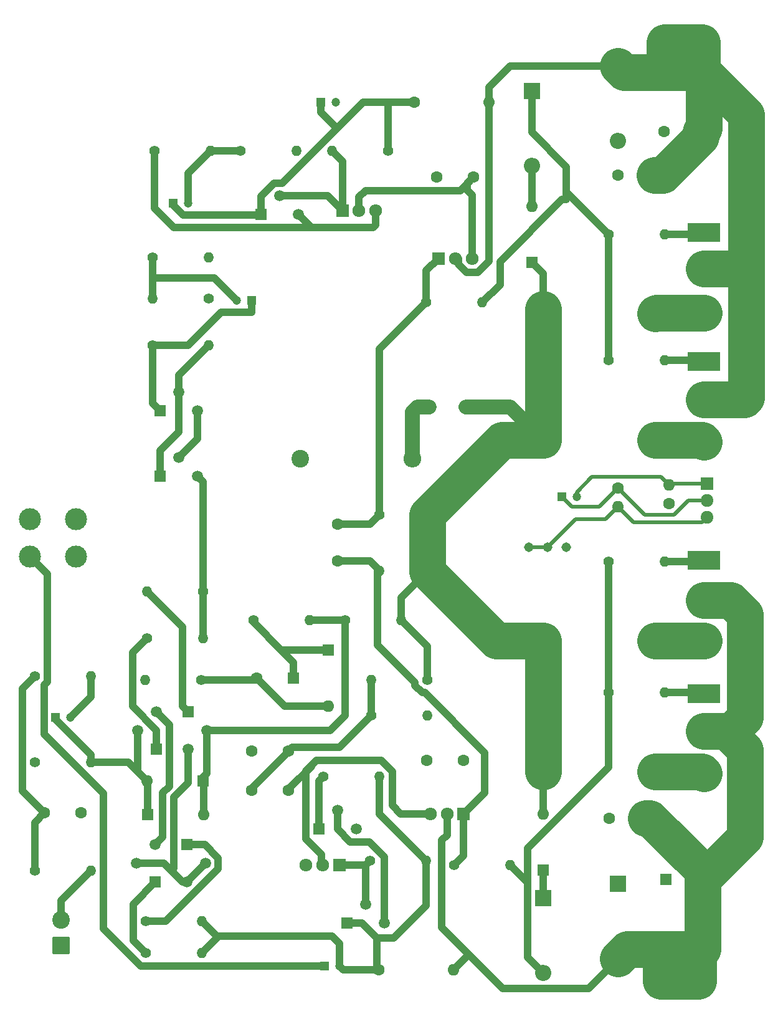
<source format=gbr>
%TF.GenerationSoftware,KiCad,Pcbnew,9.0.0*%
%TF.CreationDate,2025-06-15T12:12:57-04:00*%
%TF.ProjectId,classab-amp,636c6173-7361-4622-9d61-6d702e6b6963,rev?*%
%TF.SameCoordinates,Original*%
%TF.FileFunction,Copper,L1,Top*%
%TF.FilePolarity,Positive*%
%FSLAX46Y46*%
G04 Gerber Fmt 4.6, Leading zero omitted, Abs format (unit mm)*
G04 Created by KiCad (PCBNEW 9.0.0) date 2025-06-15 12:12:57*
%MOMM*%
%LPD*%
G01*
G04 APERTURE LIST*
G04 Aperture macros list*
%AMRoundRect*
0 Rectangle with rounded corners*
0 $1 Rounding radius*
0 $2 $3 $4 $5 $6 $7 $8 $9 X,Y pos of 4 corners*
0 Add a 4 corners polygon primitive as box body*
4,1,4,$2,$3,$4,$5,$6,$7,$8,$9,$2,$3,0*
0 Add four circle primitives for the rounded corners*
1,1,$1+$1,$2,$3*
1,1,$1+$1,$4,$5*
1,1,$1+$1,$6,$7*
1,1,$1+$1,$8,$9*
0 Add four rect primitives between the rounded corners*
20,1,$1+$1,$2,$3,$4,$5,0*
20,1,$1+$1,$4,$5,$6,$7,0*
20,1,$1+$1,$6,$7,$8,$9,0*
20,1,$1+$1,$8,$9,$2,$3,0*%
G04 Aperture macros list end*
%TA.AperFunction,ComponentPad*%
%ADD10C,2.400000*%
%TD*%
%TA.AperFunction,ComponentPad*%
%ADD11O,2.400000X2.400000*%
%TD*%
%TA.AperFunction,ComponentPad*%
%ADD12C,1.400000*%
%TD*%
%TA.AperFunction,ComponentPad*%
%ADD13O,1.400000X1.400000*%
%TD*%
%TA.AperFunction,ComponentPad*%
%ADD14R,1.710000X1.800000*%
%TD*%
%TA.AperFunction,ComponentPad*%
%ADD15O,1.710000X1.800000*%
%TD*%
%TA.AperFunction,ComponentPad*%
%ADD16R,1.200000X1.200000*%
%TD*%
%TA.AperFunction,ComponentPad*%
%ADD17C,1.200000*%
%TD*%
%TA.AperFunction,ComponentPad*%
%ADD18R,1.600000X1.600000*%
%TD*%
%TA.AperFunction,ComponentPad*%
%ADD19O,1.600000X1.600000*%
%TD*%
%TA.AperFunction,ComponentPad*%
%ADD20R,4.500000X2.500000*%
%TD*%
%TA.AperFunction,ComponentPad*%
%ADD21O,4.500000X2.500000*%
%TD*%
%TA.AperFunction,ComponentPad*%
%ADD22C,1.600000*%
%TD*%
%TA.AperFunction,ComponentPad*%
%ADD23R,1.500000X1.500000*%
%TD*%
%TA.AperFunction,ComponentPad*%
%ADD24C,1.500000*%
%TD*%
%TA.AperFunction,ComponentPad*%
%ADD25R,1.800000X1.710000*%
%TD*%
%TA.AperFunction,ComponentPad*%
%ADD26O,1.800000X1.710000*%
%TD*%
%TA.AperFunction,ComponentPad*%
%ADD27C,1.308000*%
%TD*%
%TA.AperFunction,ComponentPad*%
%ADD28C,3.000000*%
%TD*%
%TA.AperFunction,ComponentPad*%
%ADD29RoundRect,0.250001X0.949999X-0.949999X0.949999X0.949999X-0.949999X0.949999X-0.949999X-0.949999X0*%
%TD*%
%TA.AperFunction,ComponentPad*%
%ADD30R,2.200000X2.200000*%
%TD*%
%TA.AperFunction,ComponentPad*%
%ADD31O,2.200000X2.200000*%
%TD*%
%TA.AperFunction,Conductor*%
%ADD32C,1.000000*%
%TD*%
%TA.AperFunction,Conductor*%
%ADD33C,5.000000*%
%TD*%
%TA.AperFunction,Conductor*%
%ADD34C,2.000000*%
%TD*%
%TA.AperFunction,Conductor*%
%ADD35C,0.500000*%
%TD*%
G04 APERTURE END LIST*
D10*
%TO.P,R24,1*%
%TO.N,PWRGND*%
X142240000Y-60325000D03*
D11*
%TO.P,R24,2*%
%TO.N,Net-(C15-Pad2)*%
X157480000Y-60325000D03*
%TD*%
D12*
%TO.P,R19,1*%
%TO.N,/LP+*%
X154178000Y-18542000D03*
D13*
%TO.P,R19,2*%
%TO.N,Net-(Q10-E)*%
X146558000Y-18542000D03*
%TD*%
D14*
%TO.P,Q13,1,E*%
%TO.N,Net-(Q13-E)*%
X161047000Y-33141000D03*
D15*
%TO.P,Q13,2,C*%
%TO.N,B+*%
X163327000Y-33141000D03*
%TO.P,Q13,3,B*%
%TO.N,Net-(Q10-C)*%
X165607000Y-33141000D03*
%TD*%
D12*
%TO.P,R20,1*%
%TO.N,Net-(Q12-E)*%
X151765000Y-114935000D03*
D13*
%TO.P,R20,2*%
%TO.N,/LP-*%
X159385000Y-114935000D03*
%TD*%
D16*
%TO.P,C7,1*%
%TO.N,Net-(Q10-C)*%
X177832000Y-65532000D03*
D17*
%TO.P,C7,2*%
%TO.N,Net-(Q11-E)*%
X179832000Y-65532000D03*
%TD*%
D18*
%TO.P,D1,1,K*%
%TO.N,Net-(D1-K)*%
X129032000Y-104140000D03*
D19*
%TO.P,D1,2,A*%
%TO.N,Net-(D1-A)*%
X121412000Y-104140000D03*
%TD*%
D20*
%TO.P,Q17,1,G*%
%TO.N,Net-(Q17-G)*%
X197104000Y-74168000D03*
D21*
%TO.P,Q17,2,D*%
%TO.N,B-*%
X197104000Y-79618000D03*
%TO.P,Q17,3,S*%
%TO.N,Net-(Q17-S)*%
X197104000Y-85068000D03*
%TD*%
D22*
%TO.P,C26,1*%
%TO.N,Net-(Q2-C)*%
X135676000Y-100076000D03*
%TO.P,C26,2*%
%TO.N,Net-(C26-Pad2)*%
X140676000Y-100076000D03*
%TD*%
D18*
%TO.P,D2,1,K*%
%TO.N,Net-(D1-A)*%
X121483712Y-108712000D03*
D19*
%TO.P,D2,2,A*%
%TO.N,Net-(D1-K)*%
X129103712Y-108712000D03*
%TD*%
D12*
%TO.P,R14,1*%
%TO.N,Net-(D1-K)*%
X148336000Y-82296000D03*
D13*
%TO.P,R14,2*%
%TO.N,/SPEAKER*%
X155956000Y-82296000D03*
%TD*%
D23*
%TO.P,Q5,1,E*%
%TO.N,Net-(Q5-E)*%
X126809712Y-112776000D03*
D24*
%TO.P,Q5,2,B*%
%TO.N,Net-(Q3-B)*%
X129349712Y-115316000D03*
%TO.P,Q5,3,C*%
X126809712Y-117856000D03*
%TD*%
D22*
%TO.P,R43,1*%
%TO.N,/LP+*%
X157734000Y-11938000D03*
D19*
%TO.P,R43,2*%
%TO.N,B+*%
X167894000Y-11938000D03*
%TD*%
D23*
%TO.P,Q7,1,E*%
%TO.N,/LP-*%
X148590000Y-123452000D03*
D24*
%TO.P,Q7,2,B*%
%TO.N,Net-(Q12-E)*%
X151130000Y-120912000D03*
%TO.P,Q7,3,C*%
%TO.N,Net-(Q2-C)*%
X153670000Y-123452000D03*
%TD*%
D22*
%TO.P,C9,1*%
%TO.N,Net-(Q11-E)*%
X164425000Y-101346000D03*
%TO.P,C9,2*%
%TO.N,PWRGND*%
X159425000Y-101346000D03*
%TD*%
%TO.P,R17,1*%
%TO.N,Net-(Q10-C)*%
X185420000Y-64360000D03*
D19*
%TO.P,R17,2*%
%TO.N,Net-(Q11-B)*%
X185420000Y-66900000D03*
%TD*%
D25*
%TO.P,Q11,1,E*%
%TO.N,Net-(Q11-E)*%
X197491000Y-63765000D03*
D26*
%TO.P,Q11,2,C*%
%TO.N,Net-(Q10-C)*%
X197491000Y-66045000D03*
%TO.P,Q11,3,B*%
%TO.N,Net-(Q11-B)*%
X197491000Y-68325000D03*
%TD*%
D23*
%TO.P,Q1,1,E*%
%TO.N,/LP+*%
X123190000Y-53856000D03*
D24*
%TO.P,Q1,2,B*%
%TO.N,Net-(Q1-B)*%
X125730000Y-51316000D03*
%TO.P,Q1,3,C*%
%TO.N,Net-(Q1-C)*%
X128270000Y-53856000D03*
%TD*%
D12*
%TO.P,R32,1*%
%TO.N,Net-(D6-A)*%
X184150000Y-74295000D03*
D13*
%TO.P,R32,2*%
%TO.N,Net-(Q17-G)*%
X191770000Y-74295000D03*
%TD*%
D12*
%TO.P,R3,1*%
%TO.N,Net-(C1-Pad1)*%
X106172000Y-89916000D03*
D13*
%TO.P,R3,2*%
%TO.N,Net-(C3-Pad2)*%
X113792000Y-89916000D03*
%TD*%
D12*
%TO.P,R1,1*%
%TO.N,Net-(C1-Pad1)*%
X106172000Y-116332000D03*
D13*
%TO.P,R1,2*%
%TO.N,Net-(J1-Pin_2)*%
X113792000Y-116332000D03*
%TD*%
D10*
%TO.P,R30,1*%
%TO.N,/SPEAKER*%
X175260000Y-85090000D03*
D11*
%TO.P,R30,2*%
%TO.N,Net-(Q17-S)*%
X190500000Y-85090000D03*
%TD*%
D10*
%TO.P,R28,1*%
%TO.N,Net-(Q15-S)*%
X190500000Y-40640000D03*
D11*
%TO.P,R28,2*%
%TO.N,/SPEAKER*%
X175260000Y-40640000D03*
%TD*%
D10*
%TO.P,R31,1*%
%TO.N,/SPEAKER*%
X175260000Y-102870000D03*
D11*
%TO.P,R31,2*%
%TO.N,Net-(Q16-S)*%
X190500000Y-102870000D03*
%TD*%
D23*
%TO.P,Q8,1,E*%
%TO.N,Net-(Q12-B)*%
X144780000Y-110625000D03*
D24*
%TO.P,Q8,2,B*%
%TO.N,Net-(Q2-C)*%
X147320000Y-108085000D03*
%TO.P,Q8,3,C*%
%TO.N,PWRGND*%
X149860000Y-110625000D03*
%TD*%
D18*
%TO.P,C4,1*%
%TO.N,Net-(D3-K)*%
X141340651Y-90170000D03*
D22*
%TO.P,C4,2*%
%TO.N,GNDS*%
X136340651Y-90170000D03*
%TD*%
D12*
%TO.P,R27,1*%
%TO.N,Net-(D4-K)*%
X184150000Y-46990000D03*
D13*
%TO.P,R27,2*%
%TO.N,Net-(Q18-G)*%
X191770000Y-46990000D03*
%TD*%
D12*
%TO.P,R8,1*%
%TO.N,Net-(Q2-E)*%
X121412000Y-84709000D03*
D13*
%TO.P,R8,2*%
%TO.N,Net-(Q4-C)*%
X129032000Y-84709000D03*
%TD*%
D23*
%TO.P,Q3,1,E*%
%TO.N,Net-(Q3-E)*%
X122507712Y-117856000D03*
D24*
%TO.P,Q3,2,B*%
%TO.N,Net-(Q3-B)*%
X119967712Y-115316000D03*
%TO.P,Q3,3,C*%
%TO.N,Net-(Q2-C)*%
X122507712Y-112776000D03*
%TD*%
D22*
%TO.P,R18,1*%
%TO.N,Net-(R18-Pad1)*%
X192405000Y-66450000D03*
D19*
%TO.P,R18,2*%
%TO.N,Net-(Q11-E)*%
X192405000Y-63910000D03*
%TD*%
D22*
%TO.P,R44,1*%
%TO.N,/LP-*%
X152908000Y-129794000D03*
D19*
%TO.P,R44,2*%
%TO.N,B-*%
X163068000Y-129794000D03*
%TD*%
D16*
%TO.P,C2,1*%
%TO.N,/LP+*%
X135636000Y-38870000D03*
D17*
%TO.P,C2,2*%
%TO.N,Net-(C2-Pad2)*%
X133636000Y-38870000D03*
%TD*%
D16*
%TO.P,C5,1*%
%TO.N,/LP+*%
X125000000Y-25654000D03*
D17*
%TO.P,C5,2*%
%TO.N,Net-(C5-Pad2)*%
X127000000Y-25654000D03*
%TD*%
D23*
%TO.P,Q6,1,E*%
%TO.N,Net-(Q6-E)*%
X126992000Y-94742000D03*
D24*
%TO.P,Q6,2,B*%
%TO.N,Net-(D1-K)*%
X129532000Y-97282000D03*
%TO.P,Q6,3,C*%
%TO.N,Net-(Q3-B)*%
X126992000Y-99822000D03*
%TD*%
D20*
%TO.P,Q16,1,G*%
%TO.N,Net-(Q16-G)*%
X197104000Y-92224000D03*
D21*
%TO.P,Q16,2,D*%
%TO.N,B-*%
X197104000Y-97674000D03*
%TO.P,Q16,3,S*%
%TO.N,Net-(Q16-S)*%
X197104000Y-103124000D03*
%TD*%
D27*
%TO.P,RV1,1,1*%
%TO.N,Net-(Q11-B)*%
X173355000Y-72390000D03*
%TO.P,RV1,2,2*%
X175895000Y-72390000D03*
%TO.P,RV1,3,3*%
%TO.N,Net-(R18-Pad1)*%
X178435000Y-72390000D03*
%TD*%
D12*
%TO.P,R6,1*%
%TO.N,Net-(C2-Pad2)*%
X122174000Y-33028000D03*
D13*
%TO.P,R6,2*%
%TO.N,PWRGND*%
X129794000Y-33028000D03*
%TD*%
D10*
%TO.P,R29,1*%
%TO.N,Net-(Q18-S)*%
X190500000Y-57785000D03*
D11*
%TO.P,R29,2*%
%TO.N,/SPEAKER*%
X175260000Y-57785000D03*
%TD*%
D22*
%TO.P,C6,1*%
%TO.N,Net-(C26-Pad2)*%
X135676000Y-105410000D03*
%TO.P,C6,2*%
%TO.N,Net-(Q11-E)*%
X140676000Y-105410000D03*
%TD*%
D28*
%TO.P,J7,1,1*%
%TO.N,PWRGND*%
X111760000Y-73660000D03*
%TO.P,J7,2,2*%
X111760000Y-68580000D03*
%TD*%
D14*
%TO.P,Q10,1,E*%
%TO.N,Net-(Q10-E)*%
X147960110Y-26675000D03*
D15*
%TO.P,Q10,2,C*%
%TO.N,Net-(Q10-C)*%
X150240110Y-26675000D03*
%TO.P,Q10,3,B*%
%TO.N,Net-(Q10-B)*%
X152520110Y-26675000D03*
%TD*%
D18*
%TO.P,D7,1,K*%
%TO.N,Net-(D6-K)*%
X175260000Y-116205000D03*
D19*
%TO.P,D7,2,A*%
%TO.N,/SPEAKER*%
X175260000Y-108585000D03*
%TD*%
D12*
%TO.P,R4,1*%
%TO.N,GNDS*%
X106172000Y-101600000D03*
D13*
%TO.P,R4,2*%
%TO.N,Net-(D1-A)*%
X113792000Y-101600000D03*
%TD*%
D16*
%TO.P,C3,1*%
%TO.N,Net-(D1-A)*%
X109009401Y-95504000D03*
D17*
%TO.P,C3,2*%
%TO.N,Net-(C3-Pad2)*%
X111009401Y-95504000D03*
%TD*%
D22*
%TO.P,C11,1*%
%TO.N,PWRGND*%
X185420000Y-21844000D03*
%TO.P,C11,2*%
%TO.N,B+*%
X190420000Y-21844000D03*
%TD*%
%TO.P,C10,1*%
%TO.N,Net-(Q13-E)*%
X147320000Y-69255000D03*
%TO.P,C10,2*%
%TO.N,Net-(Q14-E)*%
X147320000Y-74255000D03*
%TD*%
D12*
%TO.P,R13,1*%
%TO.N,Net-(Q12-B)*%
X145415000Y-103505000D03*
D13*
%TO.P,R13,2*%
%TO.N,/LP-*%
X153035000Y-103505000D03*
%TD*%
D28*
%TO.P,J5,1,1*%
%TO.N,/SPEAKER*%
X159485000Y-73025000D03*
%TO.P,J5,2,2*%
X159485000Y-67945000D03*
%TD*%
D12*
%TO.P,R10,1*%
%TO.N,Net-(Q4-C)*%
X129032000Y-78359000D03*
D13*
%TO.P,R10,2*%
%TO.N,Net-(Q6-E)*%
X121412000Y-78359000D03*
%TD*%
D12*
%TO.P,R26,1*%
%TO.N,Net-(D6-A)*%
X184150000Y-92075000D03*
D13*
%TO.P,R26,2*%
%TO.N,Net-(Q16-G)*%
X191770000Y-92075000D03*
%TD*%
D12*
%TO.P,R22,1*%
%TO.N,Net-(Q13-E)*%
X159385000Y-39116000D03*
D13*
%TO.P,R22,2*%
%TO.N,Net-(D4-K)*%
X167005000Y-39116000D03*
%TD*%
D12*
%TO.P,R25,1*%
%TO.N,Net-(D4-K)*%
X184150000Y-29845000D03*
D13*
%TO.P,R25,2*%
%TO.N,Net-(Q15-G)*%
X191770000Y-29845000D03*
%TD*%
D12*
%TO.P,R16,1*%
%TO.N,Net-(C5-Pad2)*%
X134112000Y-18542000D03*
D13*
%TO.P,R16,2*%
%TO.N,PWRGND*%
X141732000Y-18542000D03*
%TD*%
D12*
%TO.P,R21,1*%
%TO.N,Net-(Q13-E)*%
X153035000Y-67945000D03*
D13*
%TO.P,R21,2*%
%TO.N,Net-(Q14-E)*%
X153035000Y-75565000D03*
%TD*%
D28*
%TO.P,J6,1,1*%
%TO.N,PWRGND*%
X105510000Y-73660000D03*
%TO.P,J6,2,2*%
X105510000Y-68580000D03*
%TD*%
D12*
%TO.P,R46,1*%
%TO.N,Net-(C26-Pad2)*%
X151892000Y-95250000D03*
D13*
%TO.P,R46,2*%
%TO.N,PWRGND*%
X159512000Y-95250000D03*
%TD*%
D18*
%TO.P,C14,1*%
%TO.N,PWRGND*%
X191907349Y-117475000D03*
D22*
%TO.P,C14,2*%
%TO.N,B-*%
X196907349Y-117475000D03*
%TD*%
D23*
%TO.P,Q9,1,E*%
%TO.N,/LP+*%
X136906000Y-27186000D03*
D24*
%TO.P,Q9,2,B*%
%TO.N,Net-(Q10-E)*%
X139446000Y-24646000D03*
%TO.P,Q9,3,C*%
%TO.N,Net-(Q10-B)*%
X141986000Y-27186000D03*
%TD*%
D16*
%TO.P,C25,1*%
%TO.N,PWRGND*%
X145585401Y-129286000D03*
D17*
%TO.P,C25,2*%
%TO.N,/LP-*%
X147585401Y-129286000D03*
%TD*%
D12*
%TO.P,R11,1*%
%TO.N,Net-(Q5-E)*%
X121229712Y-123190000D03*
D13*
%TO.P,R11,2*%
%TO.N,/LP-*%
X128849712Y-123190000D03*
%TD*%
D16*
%TO.P,C24,1*%
%TO.N,/LP+*%
X145066000Y-11938000D03*
D17*
%TO.P,C24,2*%
%TO.N,PWRGND*%
X147066000Y-11938000D03*
%TD*%
D29*
%TO.P,J1,1,Pin_1*%
%TO.N,GNDS*%
X109749500Y-126464000D03*
D10*
%TO.P,J1,2,Pin_2*%
%TO.N,Net-(J1-Pin_2)*%
X109749500Y-122964000D03*
%TD*%
D23*
%TO.P,Q4,1,E*%
%TO.N,Net-(Q1-B)*%
X123190000Y-62746000D03*
D24*
%TO.P,Q4,2,B*%
%TO.N,Net-(Q1-C)*%
X125730000Y-60206000D03*
%TO.P,Q4,3,C*%
%TO.N,Net-(Q4-C)*%
X128270000Y-62746000D03*
%TD*%
D20*
%TO.P,Q15,1,G*%
%TO.N,Net-(Q15-G)*%
X197104000Y-29602000D03*
D21*
%TO.P,Q15,2,D*%
%TO.N,B+*%
X197104000Y-35052000D03*
%TO.P,Q15,3,S*%
%TO.N,Net-(Q15-S)*%
X197104000Y-40502000D03*
%TD*%
D12*
%TO.P,R12,1*%
%TO.N,Net-(D3-K)*%
X135890000Y-82296000D03*
D13*
%TO.P,R12,2*%
%TO.N,Net-(D1-K)*%
X143510000Y-82296000D03*
%TD*%
D12*
%TO.P,R45,1*%
%TO.N,/SPEAKER*%
X159512000Y-90424000D03*
D13*
%TO.P,R45,2*%
%TO.N,Net-(C26-Pad2)*%
X151892000Y-90424000D03*
%TD*%
D22*
%TO.P,C15,1*%
%TO.N,/SPEAKER*%
X164806000Y-53340000D03*
%TO.P,C15,2*%
%TO.N,Net-(C15-Pad2)*%
X159806000Y-53340000D03*
%TD*%
D12*
%TO.P,R9,1*%
%TO.N,/LP+*%
X122174000Y-44966000D03*
D13*
%TO.P,R9,2*%
%TO.N,Net-(Q1-B)*%
X129794000Y-44966000D03*
%TD*%
D30*
%TO.P,D4,1,K*%
%TO.N,Net-(D4-K)*%
X173736000Y-10414000D03*
D31*
%TO.P,D4,2,A*%
%TO.N,Net-(D4-A)*%
X173736000Y-20574000D03*
%TD*%
D18*
%TO.P,C13,1*%
%TO.N,B+*%
X196712651Y-15875000D03*
D22*
%TO.P,C13,2*%
%TO.N,PWRGND*%
X191712651Y-15875000D03*
%TD*%
D28*
%TO.P,J4,1,1*%
%TO.N,B+*%
X191770000Y-3810000D03*
%TO.P,J4,2,2*%
X196850000Y-3810000D03*
%TD*%
D14*
%TO.P,Q12,1,E*%
%TO.N,Net-(Q12-E)*%
X147563000Y-115570000D03*
D15*
%TO.P,Q12,2,C*%
%TO.N,Net-(Q11-E)*%
X145283000Y-115570000D03*
%TO.P,Q12,3,B*%
%TO.N,Net-(Q12-B)*%
X143003000Y-115570000D03*
%TD*%
D30*
%TO.P,D6,1,K*%
%TO.N,Net-(D6-K)*%
X175260000Y-120015000D03*
D31*
%TO.P,D6,2,A*%
%TO.N,Net-(D6-A)*%
X175260000Y-130175000D03*
%TD*%
D12*
%TO.P,R5,1*%
%TO.N,Net-(Q1-C)*%
X129794000Y-38616000D03*
D13*
%TO.P,R5,2*%
%TO.N,Net-(C2-Pad2)*%
X122174000Y-38616000D03*
%TD*%
D30*
%TO.P,D8,1,K*%
%TO.N,B+*%
X185420000Y-6985000D03*
D31*
%TO.P,D8,2,A*%
%TO.N,PWRGND*%
X185420000Y-17145000D03*
%TD*%
D12*
%TO.P,R23,1*%
%TO.N,Net-(Q14-E)*%
X163195000Y-115570000D03*
D13*
%TO.P,R23,2*%
%TO.N,Net-(D6-A)*%
X170815000Y-115570000D03*
%TD*%
D22*
%TO.P,C8,1*%
%TO.N,Net-(Q10-C)*%
X165822000Y-22098000D03*
%TO.P,C8,2*%
%TO.N,PWRGND*%
X160822000Y-22098000D03*
%TD*%
D18*
%TO.P,D3,1,K*%
%TO.N,Net-(D3-K)*%
X146050000Y-86360000D03*
D19*
%TO.P,D3,2,A*%
%TO.N,GNDS*%
X146050000Y-93980000D03*
%TD*%
D20*
%TO.P,Q18,1,G*%
%TO.N,Net-(Q18-G)*%
X197104000Y-47128000D03*
D21*
%TO.P,Q18,2,D*%
%TO.N,B+*%
X197104000Y-52578000D03*
%TO.P,Q18,3,S*%
%TO.N,Net-(Q18-S)*%
X197104000Y-58028000D03*
%TD*%
D12*
%TO.P,R7,1*%
%TO.N,Net-(Q3-E)*%
X121229712Y-127508000D03*
D13*
%TO.P,R7,2*%
%TO.N,/LP-*%
X128849712Y-127508000D03*
%TD*%
D12*
%TO.P,R2,1*%
%TO.N,GNDS*%
X128778000Y-90424000D03*
D13*
%TO.P,R2,2*%
%TO.N,PWRGND*%
X121158000Y-90424000D03*
%TD*%
D14*
%TO.P,Q14,1,E*%
%TO.N,Net-(Q14-E)*%
X164465000Y-108585000D03*
D15*
%TO.P,Q14,2,C*%
%TO.N,B-*%
X162185000Y-108585000D03*
%TO.P,Q14,3,B*%
%TO.N,Net-(Q11-E)*%
X159905000Y-108585000D03*
%TD*%
D18*
%TO.P,D5,1,K*%
%TO.N,/SPEAKER*%
X173736000Y-33655000D03*
D19*
%TO.P,D5,2,A*%
%TO.N,Net-(D4-A)*%
X173736000Y-26035000D03*
%TD*%
D12*
%TO.P,R15,1*%
%TO.N,Net-(Q10-B)*%
X122428000Y-18542000D03*
D13*
%TO.P,R15,2*%
%TO.N,Net-(C5-Pad2)*%
X130048000Y-18542000D03*
%TD*%
D23*
%TO.P,Q2,1,E*%
%TO.N,Net-(Q2-E)*%
X122682000Y-99822000D03*
D24*
%TO.P,Q2,2,B*%
%TO.N,Net-(D1-A)*%
X120142000Y-97282000D03*
%TO.P,Q2,3,C*%
%TO.N,Net-(Q2-C)*%
X122682000Y-94742000D03*
%TD*%
D28*
%TO.P,J3,1,1*%
%TO.N,B-*%
X191262000Y-131318000D03*
%TO.P,J3,2,2*%
X196342000Y-131318000D03*
%TD*%
D22*
%TO.P,C12,1*%
%TO.N,B-*%
X189230000Y-109220000D03*
%TO.P,C12,2*%
%TO.N,PWRGND*%
X184230000Y-109220000D03*
%TD*%
%TO.P,C1,1*%
%TO.N,Net-(C1-Pad1)*%
X107482000Y-108458000D03*
%TO.P,C1,2*%
%TO.N,GNDS*%
X112482000Y-108458000D03*
%TD*%
D30*
%TO.P,D9,1,K*%
%TO.N,PWRGND*%
X185420000Y-118110000D03*
D31*
%TO.P,D9,2,A*%
%TO.N,B-*%
X185420000Y-128270000D03*
%TD*%
D32*
%TO.N,Net-(Q10-C)*%
X164901055Y-23820945D02*
X165607000Y-24526890D01*
X164901055Y-23018945D02*
X164901055Y-23820945D01*
X165607000Y-24526890D02*
X165607000Y-33141000D01*
X165822000Y-22098000D02*
X164901055Y-23018945D01*
X151116110Y-23899000D02*
X164021000Y-23899000D01*
X164021000Y-23899000D02*
X165822000Y-22098000D01*
X150240110Y-24775000D02*
X151116110Y-23899000D01*
X150240110Y-26675000D02*
X150240110Y-24775000D01*
%TO.N,Net-(Q3-E)*%
X119528712Y-125807000D02*
X121229712Y-127508000D01*
X122507712Y-117856000D02*
X119528712Y-120835000D01*
X119528712Y-120835000D02*
X119528712Y-125807000D01*
%TO.N,GNDS*%
X140150651Y-93980000D02*
X136340651Y-90170000D01*
X146050000Y-93980000D02*
X140150651Y-93980000D01*
X128778000Y-90424000D02*
X136086651Y-90424000D01*
X136086651Y-90424000D02*
X136340651Y-90170000D01*
%TO.N,Net-(C3-Pad2)*%
X113792000Y-92721401D02*
X111009401Y-95504000D01*
X113792000Y-89916000D02*
X113792000Y-92721401D01*
D33*
%TO.N,B+*%
X191770000Y-3810000D02*
X196850000Y-3810000D01*
X186309000Y-7874000D02*
X185420000Y-6985000D01*
D32*
X163751000Y-33954780D02*
X163751000Y-33141000D01*
D33*
X196712651Y-16682719D02*
X196712651Y-15875000D01*
D32*
X170815000Y-6985000D02*
X185420000Y-6985000D01*
D33*
X196850000Y-3810000D02*
X196850000Y-7620000D01*
X196850000Y-7620000D02*
X202866000Y-13636000D01*
X190420000Y-21844000D02*
X191551370Y-21844000D01*
X192024000Y-7874000D02*
X186309000Y-7874000D01*
D32*
X167894000Y-9906000D02*
X167894000Y-33523780D01*
D33*
X191770000Y-7620000D02*
X192024000Y-7874000D01*
X191551370Y-21844000D02*
X196712651Y-16682719D01*
D32*
X167894000Y-9906000D02*
X170815000Y-6985000D01*
D33*
X197104000Y-7874000D02*
X197104000Y-15483651D01*
X200447000Y-34503000D02*
X197104000Y-34503000D01*
D32*
X163751000Y-33141000D02*
X163327000Y-33141000D01*
X164838220Y-35042000D02*
X163751000Y-33954780D01*
D33*
X202866000Y-13636000D02*
X202866000Y-52066000D01*
X202649000Y-52283000D02*
X197104000Y-52283000D01*
X191770000Y-3810000D02*
X191770000Y-7620000D01*
X197104000Y-15483651D02*
X196712651Y-15875000D01*
D32*
X166375780Y-35042000D02*
X164838220Y-35042000D01*
D33*
X202866000Y-52066000D02*
X202649000Y-52283000D01*
X197104000Y-7874000D02*
X192024000Y-7874000D01*
D32*
X167894000Y-33523780D02*
X166375780Y-35042000D01*
D33*
%TO.N,B-*%
X191262000Y-127127002D02*
X191135000Y-127000002D01*
X202692000Y-95493000D02*
X200511000Y-97674000D01*
D32*
X161494000Y-124024220D02*
X165292890Y-127823110D01*
D33*
X191262000Y-131318000D02*
X191262000Y-127127002D01*
X196907349Y-117475000D02*
X196907349Y-116343630D01*
D32*
X161494000Y-112191000D02*
X161494000Y-124024220D01*
D33*
X191135002Y-127000000D02*
X196907349Y-127000000D01*
D32*
X165292890Y-127823110D02*
X169745780Y-132276000D01*
D33*
X202692000Y-81534000D02*
X202692000Y-95493000D01*
X197104000Y-79566000D02*
X200724000Y-79566000D01*
X186689998Y-127000002D02*
X191135000Y-127000002D01*
X202692000Y-99855000D02*
X200511000Y-97674000D01*
X196215000Y-127692349D02*
X196907349Y-127000000D01*
X202692000Y-111690349D02*
X202692000Y-99855000D01*
X191262000Y-131318000D02*
X196342000Y-131318000D01*
X200511000Y-97674000D02*
X200205000Y-97368000D01*
X196342000Y-127819349D02*
X196215000Y-127692349D01*
X196342000Y-131318000D02*
X196342000Y-127819349D01*
D32*
X162185000Y-111500000D02*
X161494000Y-112191000D01*
X181414000Y-132276000D02*
X186689998Y-127000002D01*
X162185000Y-108585000D02*
X162185000Y-111500000D01*
D33*
X191135000Y-127000002D02*
X191135002Y-127000000D01*
X200205000Y-97368000D02*
X197104000Y-97368000D01*
D32*
X163068000Y-129794000D02*
X165038890Y-127823110D01*
D33*
X189783719Y-109220000D02*
X189230000Y-109220000D01*
X196907349Y-116343630D02*
X189783719Y-109220000D01*
D32*
X169745780Y-132276000D02*
X181414000Y-132276000D01*
D33*
X200724000Y-79566000D02*
X202692000Y-81534000D01*
X196907349Y-117475000D02*
X196907349Y-127000000D01*
D32*
X165038890Y-127823110D02*
X165292890Y-127823110D01*
D33*
X185420000Y-128270000D02*
X186689998Y-127000002D01*
X196907349Y-117475000D02*
X202692000Y-111690349D01*
D32*
%TO.N,/SPEAKER*%
X175260000Y-108585000D02*
X175260000Y-102870000D01*
D33*
X175260000Y-40005000D02*
X175260000Y-57785000D01*
X159485000Y-73025000D02*
X159485000Y-75665000D01*
D32*
X175260000Y-40005000D02*
X175260000Y-35179000D01*
X175260000Y-35179000D02*
X173736000Y-33655000D01*
D33*
X159485000Y-75665000D02*
X168910000Y-85090000D01*
D34*
X164806000Y-53340000D02*
X170815000Y-53340000D01*
D32*
X159512000Y-85852000D02*
X155956000Y-82296000D01*
D33*
X169645000Y-57785000D02*
X159485000Y-67945000D01*
D32*
X155956000Y-79194000D02*
X159485000Y-75665000D01*
D33*
X168910000Y-85090000D02*
X175260000Y-85090000D01*
D32*
X159512000Y-90424000D02*
X159512000Y-85852000D01*
D34*
X170815000Y-53340000D02*
X175260000Y-57785000D01*
D33*
X175260000Y-57785000D02*
X169645000Y-57785000D01*
X175260000Y-102870000D02*
X175260000Y-85090000D01*
X159485000Y-67945000D02*
X159485000Y-73025000D01*
D32*
X155956000Y-82296000D02*
X155956000Y-79194000D01*
D35*
%TO.N,Net-(Q11-B)*%
X197491000Y-68325000D02*
X196815000Y-69001000D01*
X179705000Y-68580000D02*
X175895000Y-72390000D01*
X196815000Y-69001000D02*
X187521000Y-69001000D01*
X187521000Y-69001000D02*
X185420000Y-66900000D01*
X175895000Y-72390000D02*
X173355000Y-72390000D01*
X185420000Y-66900000D02*
X183740000Y-68580000D01*
X183740000Y-68580000D02*
X179705000Y-68580000D01*
D32*
%TO.N,Net-(Q1-C)*%
X128270000Y-57666000D02*
X128270000Y-53856000D01*
X125730000Y-60206000D02*
X128270000Y-57666000D01*
%TO.N,PWRGND*%
X115493000Y-124176866D02*
X115493000Y-105841000D01*
X107408401Y-91085177D02*
X107873000Y-90620578D01*
X120602134Y-129286000D02*
X115493000Y-124176866D01*
X107408401Y-97756401D02*
X107408401Y-91085177D01*
X107873000Y-76023000D02*
X105510000Y-73660000D01*
X115493000Y-105841000D02*
X107408401Y-97756401D01*
X107873000Y-90620578D02*
X107873000Y-76023000D01*
X145585401Y-129286000D02*
X120602134Y-129286000D01*
%TO.N,Net-(Q13-E)*%
X147320000Y-69255000D02*
X151725000Y-69255000D01*
X159385000Y-39116000D02*
X159385000Y-34803000D01*
X151725000Y-69255000D02*
X153035000Y-67945000D01*
X159385000Y-34803000D02*
X161047000Y-33141000D01*
X153035000Y-45466000D02*
X153035000Y-67945000D01*
X159385000Y-39116000D02*
X153035000Y-45466000D01*
%TO.N,Net-(D3-K)*%
X139827000Y-86487000D02*
X141340651Y-88000651D01*
X141340651Y-88000651D02*
X141340651Y-90170000D01*
X146050000Y-86360000D02*
X139954000Y-86360000D01*
X135890000Y-82550000D02*
X139827000Y-86487000D01*
X135890000Y-82296000D02*
X135890000Y-82550000D01*
X139954000Y-86360000D02*
X139827000Y-86487000D01*
%TO.N,Net-(Q3-B)*%
X125058712Y-106335288D02*
X125058712Y-115987288D01*
X124714000Y-116332000D02*
X126238000Y-117856000D01*
X126992000Y-104402000D02*
X125058712Y-106335288D01*
X126992000Y-99822000D02*
X126992000Y-104402000D01*
X125058712Y-115987288D02*
X124714000Y-116332000D01*
X119967712Y-115316000D02*
X123698000Y-115316000D01*
X123698000Y-115316000D02*
X124714000Y-116332000D01*
X126238000Y-117856000D02*
X126809712Y-117856000D01*
X126809712Y-117856000D02*
X129349712Y-115316000D01*
%TO.N,Net-(Q5-E)*%
X123952000Y-123190000D02*
X131100712Y-116041288D01*
X121229712Y-123190000D02*
X123952000Y-123190000D01*
X131100712Y-116041288D02*
X131100712Y-114590712D01*
X129286000Y-112776000D02*
X126809712Y-112776000D01*
X131100712Y-114590712D02*
X129286000Y-112776000D01*
%TO.N,Net-(Q12-E)*%
X151130000Y-120912000D02*
X151130000Y-115570000D01*
X147563000Y-115570000D02*
X151130000Y-115570000D01*
X151130000Y-115570000D02*
X151765000Y-114935000D01*
%TO.N,Net-(Q11-E)*%
X153281578Y-101346000D02*
X154736000Y-102800422D01*
D35*
X192405000Y-63910000D02*
X191304000Y-62809000D01*
X179832000Y-64885600D02*
X179832000Y-65532000D01*
D32*
X143029000Y-102783211D02*
X144466211Y-101346000D01*
D35*
X191304000Y-62809000D02*
X181908600Y-62809000D01*
D32*
X143734106Y-102137894D02*
X143734106Y-102078106D01*
X154736000Y-102800422D02*
X154736000Y-107427500D01*
X145155000Y-114093000D02*
X143029000Y-111967000D01*
X144466211Y-101346000D02*
X153281578Y-101346000D01*
X145155000Y-115570000D02*
X145155000Y-114093000D01*
X143029000Y-111967000D02*
X143029000Y-103485422D01*
D35*
X197491000Y-63765000D02*
X192550000Y-63765000D01*
D32*
X154736000Y-107427500D02*
X155893500Y-108585000D01*
X140676000Y-105196000D02*
X143734106Y-102137894D01*
X143029000Y-102783212D02*
X143029000Y-103485422D01*
X143734106Y-102078106D02*
X143029000Y-102783212D01*
X143029000Y-103485422D02*
X143029000Y-102783211D01*
X155893500Y-108585000D02*
X159905000Y-108585000D01*
D35*
X181908600Y-62809000D02*
X179832000Y-64885600D01*
D32*
%TO.N,Net-(Q14-E)*%
X157811000Y-91128578D02*
X158807422Y-92125000D01*
X151725000Y-74255000D02*
X152717500Y-75247500D01*
X152717500Y-75247500D02*
X152717500Y-85661500D01*
X152717500Y-85661500D02*
X157811000Y-90755000D01*
X167322500Y-105727500D02*
X164465000Y-108585000D01*
X158807422Y-92125000D02*
X159181000Y-92125000D01*
X147320000Y-74255000D02*
X151725000Y-74255000D01*
X159181000Y-92125000D02*
X167322500Y-100266500D01*
X163195000Y-115570000D02*
X164465000Y-114300000D01*
X164465000Y-114300000D02*
X164465000Y-108585000D01*
X157811000Y-90755000D02*
X157811000Y-91128578D01*
X152717500Y-75247500D02*
X153035000Y-75565000D01*
X167322500Y-100266500D02*
X167322500Y-105727500D01*
%TO.N,Net-(Q2-E)*%
X122682000Y-97218288D02*
X119457000Y-93993288D01*
X119457000Y-86664000D02*
X121412000Y-84709000D01*
X119457000Y-93993288D02*
X119457000Y-86664000D01*
X122682000Y-99822000D02*
X122682000Y-97218288D01*
%TO.N,Net-(C1-Pad1)*%
X104471000Y-105447000D02*
X104471000Y-91617000D01*
X106172000Y-116332000D02*
X106172000Y-109768000D01*
X106172000Y-109768000D02*
X107482000Y-108458000D01*
X107482000Y-108458000D02*
X104471000Y-105447000D01*
X104471000Y-91617000D02*
X106172000Y-89916000D01*
%TO.N,Net-(C2-Pad2)*%
X122174000Y-35814000D02*
X130580000Y-35814000D01*
X122174000Y-38616000D02*
X122174000Y-35814000D01*
X130580000Y-35814000D02*
X133636000Y-38870000D01*
X122174000Y-38616000D02*
X122174000Y-33028000D01*
%TO.N,Net-(D1-A)*%
X121483712Y-108712000D02*
X121483712Y-104211712D01*
X120142000Y-102870000D02*
X120142000Y-97282000D01*
X113792000Y-100550755D02*
X113792000Y-101600000D01*
X113792000Y-101600000D02*
X118872000Y-101600000D01*
X109009401Y-95768156D02*
X113792000Y-100550755D01*
X109009401Y-95504000D02*
X109009401Y-95768156D01*
X121412000Y-104140000D02*
X120142000Y-102870000D01*
X118872000Y-101600000D02*
X121412000Y-104140000D01*
%TO.N,Net-(C5-Pad2)*%
X134112000Y-18542000D02*
X130048000Y-18542000D01*
X127000000Y-21590000D02*
X130048000Y-18542000D01*
X127000000Y-25654000D02*
X127000000Y-21590000D01*
%TO.N,Net-(Q2-C)*%
X153670000Y-123452000D02*
X153670000Y-114434422D01*
X122507712Y-112776000D02*
X123558712Y-111725000D01*
X124436000Y-96496000D02*
X122682000Y-94742000D01*
X123558712Y-105713968D02*
X124433000Y-104839680D01*
X124433000Y-100192320D02*
X124436000Y-100189320D01*
X153670000Y-114434422D02*
X151611578Y-112376000D01*
X123558712Y-111725000D02*
X123558712Y-105713968D01*
X151611578Y-112376000D02*
X149052000Y-112376000D01*
X124436000Y-100189320D02*
X124436000Y-96496000D01*
X124433000Y-104839680D02*
X124433000Y-100192320D01*
X149052000Y-112376000D02*
X147320000Y-110644000D01*
X147320000Y-110644000D02*
X147320000Y-108085000D01*
D35*
%TO.N,Net-(Q10-C)*%
X179183000Y-66883000D02*
X177832000Y-65532000D01*
X195003446Y-66045000D02*
X193047446Y-68001000D01*
X193047446Y-68001000D02*
X189061000Y-68001000D01*
X189061000Y-68001000D02*
X185420000Y-64360000D01*
X197491000Y-66045000D02*
X195003446Y-66045000D01*
X185420000Y-64360000D02*
X182897000Y-66883000D01*
X182897000Y-66883000D02*
X179183000Y-66883000D01*
D34*
%TO.N,Net-(C15-Pad2)*%
X157480000Y-54015000D02*
X158155000Y-53340000D01*
X157480000Y-60325000D02*
X157480000Y-54015000D01*
X158155000Y-53340000D02*
X159806000Y-53340000D01*
D32*
%TO.N,Net-(D1-K)*%
X146304000Y-97282000D02*
X148336000Y-95250000D01*
X129032000Y-103632000D02*
X129532000Y-103132000D01*
X143510000Y-82296000D02*
X148336000Y-82296000D01*
X129532000Y-103132000D02*
X129532000Y-97282000D01*
X129532000Y-97282000D02*
X146304000Y-97282000D01*
X148336000Y-95250000D02*
X148336000Y-82296000D01*
X129103712Y-108712000D02*
X129103712Y-104211712D01*
X129032000Y-104140000D02*
X129032000Y-103632000D01*
%TO.N,Net-(D4-A)*%
X173736000Y-20574000D02*
X173736000Y-26035000D01*
%TO.N,Net-(D4-K)*%
X173736000Y-16002000D02*
X178435000Y-20701000D01*
X178435000Y-25146000D02*
X178435000Y-24130000D01*
X167005000Y-39116000D02*
X169394000Y-36727000D01*
X169394000Y-33552000D02*
X177800000Y-25146000D01*
X184150000Y-29845000D02*
X178435000Y-24130000D01*
X178435000Y-20701000D02*
X178435000Y-25146000D01*
X184150000Y-46990000D02*
X184150000Y-29845000D01*
X173736000Y-10414000D02*
X173736000Y-16002000D01*
X169394000Y-36727000D02*
X169394000Y-33552000D01*
X177800000Y-25146000D02*
X178435000Y-25146000D01*
%TO.N,Net-(D6-A)*%
X175999000Y-110386000D02*
X176005999Y-110386000D01*
X177061000Y-109330999D02*
X177061000Y-109324000D01*
X184150000Y-92075000D02*
X184150000Y-74295000D01*
X173159000Y-117914000D02*
X173159000Y-113226000D01*
X173159000Y-113226000D02*
X175999000Y-110386000D01*
X173159000Y-128074000D02*
X173159000Y-117914000D01*
X177061000Y-109324000D02*
X184150000Y-102235000D01*
X184150000Y-102235000D02*
X184150000Y-92075000D01*
X176005999Y-110386000D02*
X177061000Y-109330999D01*
X170815000Y-115570000D02*
X173159000Y-117914000D01*
X175260000Y-130175000D02*
X173159000Y-128074000D01*
%TO.N,Net-(J1-Pin_2)*%
X109749500Y-120374500D02*
X113792000Y-116332000D01*
X109749500Y-122964000D02*
X109749500Y-120374500D01*
%TO.N,Net-(Q1-B)*%
X123190000Y-59244000D02*
X125730000Y-56704000D01*
X125730000Y-51316000D02*
X125730000Y-49030000D01*
X125730000Y-56704000D02*
X125730000Y-51316000D01*
X123190000Y-62746000D02*
X123190000Y-59244000D01*
X125730000Y-49030000D02*
X129794000Y-44966000D01*
%TO.N,Net-(Q4-C)*%
X129032000Y-84709000D02*
X129032000Y-78359000D01*
X129032000Y-78359000D02*
X129032000Y-63508000D01*
X129032000Y-63508000D02*
X128270000Y-62746000D01*
%TO.N,Net-(Q6-E)*%
X126238000Y-93988000D02*
X126238000Y-83185000D01*
X126992000Y-94742000D02*
X126238000Y-93988000D01*
X126238000Y-83185000D02*
X121412000Y-78359000D01*
%TO.N,Net-(Q12-B)*%
X144780000Y-110625000D02*
X144780000Y-104140000D01*
X144780000Y-104140000D02*
X145415000Y-103505000D01*
%TO.N,Net-(Q10-B)*%
X152139110Y-28956000D02*
X143756000Y-28956000D01*
X122428000Y-18542000D02*
X122428000Y-26284000D01*
X122428000Y-26284000D02*
X125081000Y-28937000D01*
X152520110Y-28575000D02*
X152139110Y-28956000D01*
X141986000Y-27186000D02*
X143756000Y-28956000D01*
X152520110Y-26675000D02*
X152520110Y-28575000D01*
X125081000Y-28937000D02*
X143737000Y-28937000D01*
X143737000Y-28937000D02*
X143756000Y-28956000D01*
%TO.N,Net-(Q10-E)*%
X147960110Y-26675000D02*
X147960110Y-19944110D01*
X139446000Y-24646000D02*
X145931110Y-24646000D01*
X145931110Y-24646000D02*
X147960110Y-26675000D01*
X147960110Y-19944110D02*
X146558000Y-18542000D01*
D33*
%TO.N,Net-(Q15-S)*%
X197104000Y-40502000D02*
X190638000Y-40502000D01*
X190638000Y-40502000D02*
X190500000Y-40640000D01*
D32*
%TO.N,Net-(Q16-G)*%
X191770000Y-92075000D02*
X196955000Y-92075000D01*
D33*
%TO.N,Net-(Q16-S)*%
X196850000Y-102870000D02*
X197104000Y-103124000D01*
X190500000Y-102870000D02*
X196850000Y-102870000D01*
D32*
%TO.N,Net-(Q17-G)*%
X191770000Y-74295000D02*
X196977000Y-74295000D01*
D33*
%TO.N,Net-(Q17-S)*%
X197082000Y-85090000D02*
X197104000Y-85068000D01*
X190500000Y-85090000D02*
X197082000Y-85090000D01*
D32*
%TO.N,Net-(Q18-G)*%
X191770000Y-46990000D02*
X196966000Y-46990000D01*
D33*
%TO.N,Net-(Q18-S)*%
X190500000Y-57785000D02*
X196861000Y-57785000D01*
X196861000Y-57785000D02*
X197104000Y-58028000D01*
D32*
%TO.N,Net-(D6-K)*%
X175260000Y-120015000D02*
X175260000Y-116205000D01*
%TO.N,/LP+*%
X145066000Y-13240000D02*
X147260211Y-15434211D01*
X125000000Y-25918156D02*
X126336844Y-27255000D01*
X139799422Y-22895000D02*
X147260211Y-15434211D01*
X131496000Y-40470000D02*
X127000000Y-44966000D01*
X147260211Y-15434211D02*
X150756422Y-11938000D01*
X126336844Y-27255000D02*
X136837000Y-27255000D01*
X136906000Y-24709712D02*
X138720712Y-22895000D01*
X122174000Y-52840000D02*
X123190000Y-53856000D01*
X150756422Y-11938000D02*
X154178000Y-11938000D01*
X135636000Y-38870000D02*
X135636000Y-40470000D01*
X125000000Y-25654000D02*
X125000000Y-25918156D01*
X138720712Y-22895000D02*
X139799422Y-22895000D01*
X145066000Y-11938000D02*
X145066000Y-13240000D01*
X122174000Y-44966000D02*
X127000000Y-44966000D01*
X122174000Y-44966000D02*
X122174000Y-52840000D01*
X154178000Y-11938000D02*
X157734000Y-11938000D01*
X135636000Y-40470000D02*
X131496000Y-40470000D01*
X154178000Y-18542000D02*
X154178000Y-11938000D01*
X136906000Y-27186000D02*
X136906000Y-24709712D01*
%TO.N,/LP-*%
X130881712Y-125222000D02*
X131135712Y-125222000D01*
X152654000Y-125484000D02*
X154932000Y-125484000D01*
X152654000Y-125484000D02*
X150622000Y-123452000D01*
X159385000Y-114935000D02*
X153035000Y-108585000D01*
X152654000Y-129794000D02*
X148093401Y-129794000D01*
X150622000Y-123452000D02*
X148590000Y-123452000D01*
X148093401Y-129794000D02*
X147585401Y-129286000D01*
X147585401Y-129286000D02*
X147585401Y-126249401D01*
X152654000Y-125484000D02*
X152654000Y-129794000D01*
X146558000Y-125222000D02*
X130881712Y-125222000D01*
X159385000Y-121031000D02*
X159385000Y-114935000D01*
X154932000Y-125484000D02*
X159385000Y-121031000D01*
X128849712Y-123190000D02*
X130881712Y-125222000D01*
X128849712Y-127508000D02*
X131135712Y-125222000D01*
X153035000Y-103505000D02*
X153035000Y-108585000D01*
X147585401Y-126249401D02*
X146558000Y-125222000D01*
%TO.N,Net-(C26-Pad2)*%
X141184000Y-99568000D02*
X140676000Y-100076000D01*
X151892000Y-90424000D02*
X151892000Y-95250000D01*
X140676000Y-100116000D02*
X135676000Y-105116000D01*
X147574000Y-99568000D02*
X141184000Y-99568000D01*
X151892000Y-95250000D02*
X147574000Y-99568000D01*
%TO.N,Net-(Q15-G)*%
X191770000Y-29845000D02*
X196861000Y-29845000D01*
%TD*%
M02*

</source>
